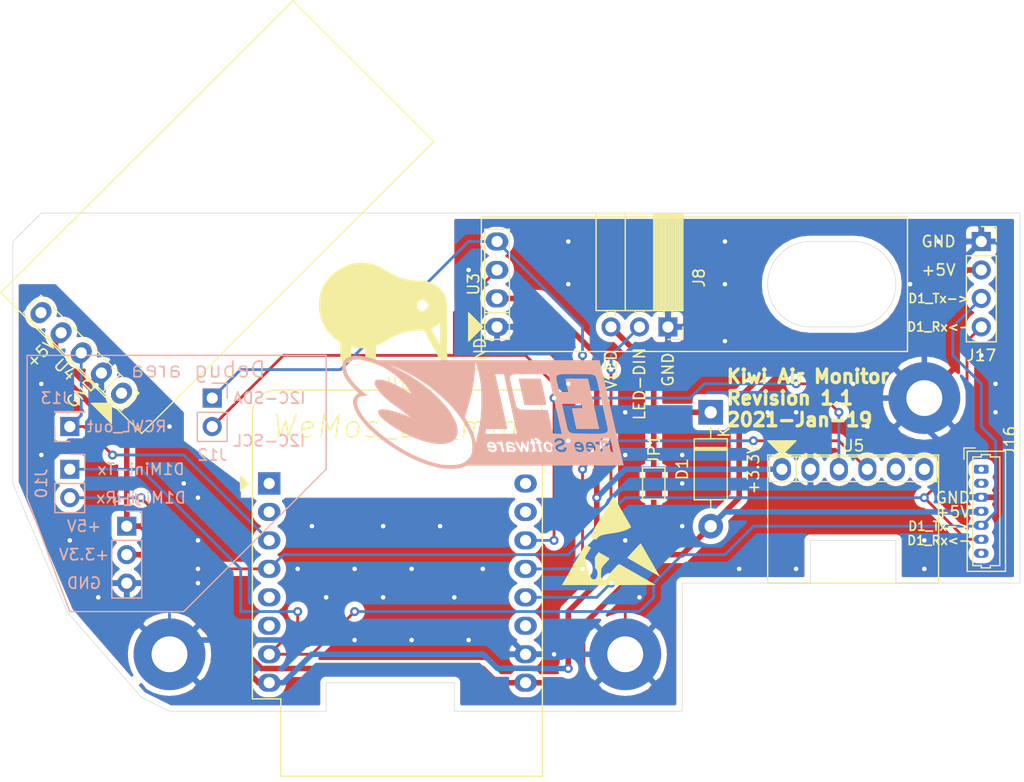
<source format=kicad_pcb>
(kicad_pcb (version 20171130) (host pcbnew "(5.1.8)-1")
  (layers (0 F.Cu signal) (31 B.Cu signal) (35 F.Paste user hide) (36 B.SilkS user) (37 F.SilkS user) (38 B.Mask user) (39 F.Mask user) (44 Edge.Cuts user))
  (net 0 "")
  (net 1 +5V)
  (net 2 /LED-DIN)
  (net 3 GND)
  (net 4 /I2C-SDA)
  (net 5 /I2C-SCL)
  (net 6 /RCWL-OUT)
  (net 7 "Net-(U1-Pad16)")
  (net 8 "Net-(U1-Pad15)")
  (net 9 "Net-(U1-Pad6)")
  (net 10 "Net-(U1-Pad5)")
  (net 11 "Net-(U1-Pad1)")
  (net 12 "Net-(U1-Pad2)")
  (net 13 "Net-(U4-Pad5)")
  (net 14 "Net-(U4-Pad1)")
  (net 15 "Net-(U5-Pad6)")
  (net 16 "Net-(U5-Pad5)")
  (net 17 +3V3)
  (net 18 /D1mini-UART-Tx)
  (net 19 /D1mini-UART-Rx)
  (net 20 /VLED)
  (net 21 "Net-(J16-Pad7)")
  (net 22 "Net-(J16-Pad2)")
  (net 23 "Net-(J16-Pad1)")
  (net 24 "Net-(U1-Pad11)")
  (module KiwiAirMonitorModules:GPL3 (layer B.Cu) (at 118.11 101.6 180)
    (fp_text reference SYM3 hide)
    (fp_text value GPLv3Logo hide)
  )
  (module MountingHole:MountingHole_3.2mm_M3_Pad_TopBottom (layer F.Cu) (at 157.48 100.33)
    (fp_text reference H3 hide)
    (fp_text value MountingHole_Pad)
    (pad 1 connect circle (at 0 0) (size 6.4 6.4) (layers B.Cu B.Mask) (net 3 GND))
    (pad 1 connect circle (at 0 0) (size 6.4 6.4) (layers F.Cu F.Mask) (net 3 GND))
    (pad 1 thru_hole circle (at 0 0) (size 3.6 3.6) (drill 3.2) (layers *.Cu *.Mask) (net 3 GND))
  )
  (module KiwiAirMonitorModules:RCWL-0516 (layer F.Cu) (at 82.3 96.3 315)
    (fp_text reference U4 (at 0 2.1 315) (layer F.SilkS))
    (fp_text value "RCWL-0516 Board")
    (fp_text user GND (at 2.54 2.54 45) (layer F.SilkS))
    (fp_text user +5V (at -2.54 2.54 45) (layer F.SilkS))
    (pad 5 thru_hole oval (at -5.08 0 315) (size 1.6 2) (drill 1) (layers *.Cu *.Mask) (net 13 "Net-(U4-Pad5)"))
    (pad 4 thru_hole oval (at -2.54 0 315) (size 1.6 2) (drill 1) (layers *.Cu *.Mask) (net 1 +5V))
    (pad 3 thru_hole oval (at 0 0 315) (size 1.6 2) (drill 1) (layers *.Cu *.Mask) (net 6 /RCWL-OUT))
    (pad 2 thru_hole oval (at 2.54 0 315) (size 1.6 2) (drill 1) (layers *.Cu *.Mask) (net 3 GND))
    (pad 1 thru_hole oval (at 5.08 0 315) (size 1.6 2) (drill 1) (layers *.Cu *.Mask) (net 14 "Net-(U4-Pad1)"))
  )
  (module KiwiAirMonitorModules:OLED_0.91_128x32 (layer F.Cu) (at 119.38 90.17 270)
    (fp_text reference U3 (at 0 2.1 90) (layer F.SilkS))
    (fp_text value OLED_0.91_128x32)
    (fp_text user GND (at 6.29 1.52 270) (layer F.SilkS))
    (pad 4 thru_hole oval (at -3.81 0 270) (size 1.6 2) (drill 1) (layers *.Cu *.Mask) (net 4 /I2C-SDA))
    (pad 3 thru_hole oval (at -1.27 0 270) (size 1.6 2) (drill 1) (layers *.Cu *.Mask) (net 5 /I2C-SCL))
    (pad 2 thru_hole oval (at 1.27 0 270) (size 1.6 2) (drill 1) (layers *.Cu *.Mask) (net 17 +3V3))
    (pad 1 thru_hole oval (at 3.81 0 270) (size 1.6 2) (drill 1) (layers *.Cu *.Mask) (net 3 GND))
  )
  (module KiwiAirMonitorModules:BME280_Board (layer F.Cu) (at 151.13 106.68 180)
    (fp_text reference U5 (at 0 2.1) (layer F.SilkS))
    (fp_text value BME280_Board)
    (fp_text user +3.3V (at 8.89 0 90) (layer F.SilkS))
    (pad 6 thru_hole oval (at -6.35 0 180) (size 1.6 2) (drill 1) (layers *.Cu *.Mask) (net 15 "Net-(U5-Pad6)"))
    (pad 5 thru_hole oval (at -3.81 0 180) (size 1.6 2) (drill 1) (layers *.Cu *.Mask) (net 16 "Net-(U5-Pad5)"))
    (pad 4 thru_hole oval (at -1.27 0 180) (size 1.6 2) (drill 1) (layers *.Cu *.Mask) (net 4 /I2C-SDA))
    (pad 3 thru_hole oval (at 1.27 0 180) (size 1.6 2) (drill 1) (layers *.Cu *.Mask) (net 5 /I2C-SCL))
    (pad 2 thru_hole oval (at 3.81 0 180) (size 1.6 2) (drill 1) (layers *.Cu *.Mask) (net 3 GND))
    (pad 1 thru_hole oval (at 6.35 0 180) (size 1.6 2) (drill 1) (layers *.Cu *.Mask) (net 17 +3V3))
  )
  (module Connector_PinSocket_2.54mm:PinSocket_1x03_P2.54mm_Horizontal (layer F.Cu) (at 134.62 93.98 270)
    (fp_text reference J8 (at -4.38 -2.77 90) (layer F.SilkS))
    (fp_text value "LED connector")
    (pad 3 thru_hole oval (at 0 5.08 270) (size 1.7 1.7) (drill 1) (layers *.Cu *.Mask) (net 20 /VLED))
    (pad 2 thru_hole oval (at 0 2.54 270) (size 1.7 1.7) (drill 1) (layers *.Cu *.Mask) (net 2 /LED-DIN))
    (pad 1 thru_hole rect (at 0 0 270) (size 1.7 1.7) (drill 1) (layers *.Cu *.Mask) (net 3 GND))
  )
  (module Connector_PinSocket_2.54mm:PinSocket_1x04_P2.54mm_Vertical (layer F.Cu) (at 162.56 86.36)
    (fp_text reference J17 (at 0 10.16) (layer F.SilkS))
    (fp_text value MHZ19_Conn_BackupSolution)
    (pad 4 thru_hole oval (at 0 7.62) (size 1.7 1.7) (drill 1) (layers *.Cu *.Mask) (net 19 /D1mini-UART-Rx))
    (pad 3 thru_hole oval (at 0 5.08) (size 1.7 1.7) (drill 1) (layers *.Cu *.Mask) (net 18 /D1mini-UART-Tx))
    (pad 2 thru_hole oval (at 0 2.54) (size 1.7 1.7) (drill 1) (layers *.Cu *.Mask) (net 1 +5V))
    (pad 1 thru_hole rect (at 0 0) (size 1.7 1.7) (drill 1) (layers *.Cu *.Mask) (net 3 GND))
  )
  (module Symbol:ESD-Logo_8.9x8mm_SilkScreen (layer F.Cu) (at 129.54 113.03)
    (fp_text reference SYM2 hide)
    (fp_text value ESDlogo hide)
  )
  (module KiwiAirMonitorModules:KiwiBirdLogo (layer F.Cu) (at 109.22 92.71)
    (fp_text reference SYM1 hide)
    (fp_text value KiwiBirdLogo hide)
  )
  (module Connector_Molex:Molex_PicoBlade_53047-0710_1x07_P1.25mm_Vertical (layer F.Cu) (at 162.56 106.68 270)
    (fp_text reference J16 (at -2.54 -2.54 90) (layer F.SilkS))
    (fp_text value MHZ19_Conn_PicoBlade)
    (pad 7 thru_hole oval (at 7.5 0 270) (size 0.8 1.3) (drill 0.5) (layers *.Cu *.Mask) (net 21 "Net-(J16-Pad7)"))
    (pad 6 thru_hole oval (at 6.25 0 270) (size 0.8 1.3) (drill 0.5) (layers *.Cu *.Mask) (net 19 /D1mini-UART-Rx))
    (pad 5 thru_hole oval (at 5 0 270) (size 0.8 1.3) (drill 0.5) (layers *.Cu *.Mask) (net 18 /D1mini-UART-Tx))
    (pad 4 thru_hole oval (at 3.75 0 270) (size 0.8 1.3) (drill 0.5) (layers *.Cu *.Mask) (net 1 +5V))
    (pad 3 thru_hole oval (at 2.5 0 270) (size 0.8 1.3) (drill 0.5) (layers *.Cu *.Mask) (net 3 GND))
    (pad 2 thru_hole oval (at 1.25 0 270) (size 0.8 1.3) (drill 0.5) (layers *.Cu *.Mask) (net 22 "Net-(J16-Pad2)"))
    (pad 1 thru_hole roundrect (at 0 0 270) (size 0.8 1.3) (drill 0.5) (layers *.Cu *.Mask) (net 23 "Net-(J16-Pad1)"))
  )
  (module Jumper:SolderJumper-2_P1.3mm_Open_TrianglePad1.0x1.5mm (layer F.Cu) (at 133.35 107.95 90)
    (fp_text reference JP1 (at 3.01 0.03 90) (layer F.SilkS))
    (fp_text value SolderJumper_2_Open)
    (pad 1 smd custom (at -0.725 0 90) (size 0.3 0.3) (layers F.Cu F.Mask) (net 1 +5V) (options (clearance outline) (anchor rect)) (primitives (gr_poly (pts (xy -0.5 -0.75) (xy 0.5 -0.75) (xy 1 0) (xy 0.5 0.75) (xy -0.5 0.75)) (width 0))))
    (pad 2 smd custom (at 0.725 0 90) (size 0.3 0.3) (layers F.Cu F.Mask) (net 20 /VLED) (options (clearance outline) (anchor rect)) (primitives (gr_poly (pts (xy -0.65 -0.75) (xy 0.5 -0.75) (xy 0.5 0.75) (xy -0.65 0.75) (xy -0.15 0)) (width 0))))
  )
  (module Diode_THT:D_DO-41_SOD81_P10.16mm_Horizontal (layer F.Cu) (at 138.43 101.6 270)
    (fp_text reference D1 (at 5.08 2.54 90) (layer F.SilkS))
    (fp_text value 1N4007)
    (fp_text user K (at 1.76 -1.19 90) (layer F.SilkS))
    (pad 2 thru_hole oval (at 10.16 0 270) (size 2.2 2.2) (drill 1.1) (layers *.Cu *.Mask) (net 1 +5V))
    (pad 1 thru_hole rect (at 0 0 270) (size 2.2 2.2) (drill 1.1) (layers *.Cu *.Mask) (net 20 /VLED))
  )
  (module Module:WEMOS_D1_mini_light (layer F.Cu) (at 99.06 107.95)
    (fp_text reference U1 (at 11.43 -8.89) (layer F.SilkS))
    (fp_text value WeMos_D1_mini (at 11.7 -5.08) (layer F.SilkS) (effects (font (size 2 2) (thickness 0.15) italic)))
    (pad 16 thru_hole oval (at 22.86 0) (size 2 1.6) (drill 1) (layers *.Cu *.Mask) (net 7 "Net-(U1-Pad16)"))
    (pad 15 thru_hole oval (at 22.86 2.54) (size 2 1.6) (drill 1) (layers *.Cu *.Mask) (net 8 "Net-(U1-Pad15)"))
    (pad 14 thru_hole oval (at 22.86 5.08) (size 2 1.6) (drill 1) (layers *.Cu *.Mask) (net 5 /I2C-SCL))
    (pad 13 thru_hole oval (at 22.86 7.62) (size 2 1.6) (drill 1) (layers *.Cu *.Mask) (net 4 /I2C-SDA))
    (pad 12 thru_hole oval (at 22.86 10.16) (size 2 1.6) (drill 1) (layers *.Cu *.Mask) (net 2 /LED-DIN))
    (pad 11 thru_hole oval (at 22.86 12.7) (size 2 1.6) (drill 1) (layers *.Cu *.Mask) (net 24 "Net-(U1-Pad11)"))
    (pad 10 thru_hole oval (at 22.86 15.24) (size 2 1.6) (drill 1) (layers *.Cu *.Mask) (net 3 GND))
    (pad 9 thru_hole oval (at 22.86 17.78) (size 2 1.6) (drill 1) (layers *.Cu *.Mask) (net 1 +5V))
    (pad 8 thru_hole oval (at 0 17.78) (size 2 1.6) (drill 1) (layers *.Cu *.Mask) (net 17 +3V3))
    (pad 7 thru_hole oval (at 0 15.24) (size 2 1.6) (drill 1) (layers *.Cu *.Mask) (net 18 /D1mini-UART-Tx))
    (pad 6 thru_hole oval (at 0 12.7) (size 2 1.6) (drill 1) (layers *.Cu *.Mask) (net 9 "Net-(U1-Pad6)"))
    (pad 5 thru_hole oval (at 0 10.16) (size 2 1.6) (drill 1) (layers *.Cu *.Mask) (net 10 "Net-(U1-Pad5)"))
    (pad 4 thru_hole oval (at 0 7.62) (size 2 1.6) (drill 1) (layers *.Cu *.Mask) (net 19 /D1mini-UART-Rx))
    (pad 3 thru_hole oval (at 0 5.08) (size 2 1.6) (drill 1) (layers *.Cu *.Mask) (net 6 /RCWL-OUT))
    (pad 1 thru_hole rect (at 0 0) (size 2 2) (drill 1) (layers *.Cu *.Mask) (net 11 "Net-(U1-Pad1)"))
    (pad 2 thru_hole oval (at 0 2.54) (size 2 1.6) (drill 1) (layers *.Cu *.Mask) (net 12 "Net-(U1-Pad2)"))
  )
  (module Connector_PinHeader_2.54mm:PinHeader_1x03_P2.54mm_Vertical (layer B.Cu) (at 86.36 111.76 180)
    (fp_text reference J14 (at 0 2.33) (layer B.SilkS) (effects (justify mirror)))
    (fp_text value Conn_Power hide)
    (fp_text user +5V (at 3.81 0 180) (layer B.SilkS) (effects (justify mirror)))
    (fp_text user +3.3V (at 3.81 -2.54 180) (layer B.SilkS) (effects (justify mirror)))
    (fp_text user GND (at 3.81 -5.08 180) (layer B.SilkS) (effects (justify mirror)))
    (pad 3 thru_hole oval (at 0 -5.08 180) (size 1.7 1.7) (drill 1) (layers *.Cu *.Mask) (net 3 GND))
    (pad 2 thru_hole oval (at 0 -2.54 180) (size 1.7 1.7) (drill 1) (layers *.Cu *.Mask) (net 17 +3V3))
    (pad 1 thru_hole rect (at 0 0 180) (size 1.7 1.7) (drill 1) (layers *.Cu *.Mask) (net 1 +5V))
  )
  (module Connector_PinHeader_2.54mm:PinHeader_1x01_P2.54mm_Vertical (layer B.Cu) (at 81.28 102.87)
    (fp_text reference J13 (at -1.27 -2.54) (layer B.SilkS) (effects (justify mirror)))
    (fp_text value Conn_RCWL_Out hide)
    (fp_text user RCWL_out (at 5.08 0 -180) (layer B.SilkS) (effects (justify mirror)))
    (pad 1 thru_hole rect (at 0 0) (size 1.7 1.7) (drill 1) (layers *.Cu *.Mask) (net 6 /RCWL-OUT))
  )
  (module Connector_PinHeader_2.54mm:PinHeader_1x02_P2.54mm_Vertical (layer B.Cu) (at 93.98 100.33 180)
    (fp_text reference J12 (at 0 -5.08) (layer B.SilkS) (effects (justify mirror)))
    (fp_text value Conn_D1Mini_I2C hide)
    (fp_text user I2C-SDA (at -5.08 0) (layer B.SilkS) (effects (justify mirror)))
    (fp_text user I2C-SCL (at -5.08 -3.81) (layer B.SilkS) (effects (justify mirror)))
    (pad 2 thru_hole oval (at 0 -2.54 180) (size 1.7 1.7) (drill 1) (layers *.Cu *.Mask) (net 5 /I2C-SCL))
    (pad 1 thru_hole rect (at 0 0 180) (size 1.7 1.7) (drill 1) (layers *.Cu *.Mask) (net 4 /I2C-SDA))
  )
  (module Connector_PinHeader_2.54mm:PinHeader_1x02_P2.54mm_Vertical (layer B.Cu) (at 81.28 106.68 180)
    (fp_text reference J10 (at 2.54 -1.27 90) (layer B.SilkS) (effects (justify mirror)))
    (fp_text value Conn_D1Mini_UART hide)
    (fp_text user D1Mini-Tx (at -6.35 0) (layer B.SilkS) (effects (justify mirror)))
    (fp_text user D1Mini-Rx (at -6.35 -2.54) (layer B.SilkS) (effects (justify mirror)))
    (pad 2 thru_hole oval (at 0 -2.54 180) (size 1.7 1.7) (drill 1) (layers *.Cu *.Mask) (net 19 /D1mini-UART-Rx))
    (pad 1 thru_hole rect (at 0 0 180) (size 1.7 1.7) (drill 1) (layers *.Cu *.Mask) (net 18 /D1mini-UART-Tx))
  )
  (module MountingHole:MountingHole_3.2mm_M3_Pad_TopBottom (layer F.Cu) (at 90.17 123.19)
    (fp_text reference H2 hide)
    (fp_text value MountingHole_Pad)
    (pad 1 connect circle (at 0 0) (size 6.4 6.4) (layers B.Cu B.Mask) (net 3 GND))
    (pad 1 connect circle (at 0 0) (size 6.4 6.4) (layers F.Cu F.Mask) (net 3 GND))
    (pad 1 thru_hole circle (at 0 0) (size 3.6 3.6) (drill 3.2) (layers *.Cu *.Mask) (net 3 GND))
  )
  (module MountingHole:MountingHole_3.2mm_M3_Pad_TopBottom (layer F.Cu) (at 130.81 123.19)
    (fp_text reference H1 hide)
    (fp_text value MountingHole_Pad)
    (pad 1 connect circle (at 0 0) (size 6.4 6.4) (layers B.Cu B.Mask) (net 3 GND))
    (pad 1 connect circle (at 0 0) (size 6.4 6.4) (layers F.Cu F.Mask) (net 3 GND))
    (pad 1 thru_hole circle (at 0 0) (size 3.6 3.6) (drill 3.2) (layers *.Cu *.Mask) (net 3 GND))
  )
  (gr_text +5V (at 160.02 110.49) (layer F.SilkS) (effects (font (size 1 1))))
  (gr_text D1_Rx<- (at 158.75 113.03) (layer F.SilkS) (effects (font (size 0.8 0.8))))
  (gr_text D1_Tx-> (at 158.75 111.76) (layer F.SilkS) (effects (font (size 0.8 0.8))))
  (gr_text D1_Rx<- (at 158.75 93.98) (layer F.SilkS) (effects (font (size 0.8 0.8))))
  (gr_text D1_Tx-> (at 158.75 91.44) (layer F.SilkS) (effects (font (size 0.8 0.8))))
  (gr_text +5V (at 158.75 88.9) (layer F.SilkS) (effects (font (size 1 1))))
  (gr_line (start 104.14 128.27) (end 90.17 128.27) (layer Edge.Cuts) (width 0.05))
  (gr_line (start 125.73 128.27) (end 115.57 128.27) (layer Edge.Cuts) (width 0.05))
  (gr_line (start 104.14 125.73) (end 104.14 128.27) (layer Edge.Cuts) (width 0.05))
  (gr_line (start 87.63 127) (end 90.17 128.27) (layer Edge.Cuts) (width 0.05))
  (gr_line (start 104.14 125.73) (end 105.41 125.73) (layer Edge.Cuts) (width 0.05))
  (gr_line (start 144.78 116.84) (end 147.32 116.84) (layer Edge.Cuts) (width 0.05))
  (gr_line (start 154.94 113.03) (end 154.94 116.84) (layer Edge.Cuts) (width 0.05))
  (gr_line (start 147.32 113.03) (end 154.94 113.03) (layer Edge.Cuts) (width 0.05))
  (gr_line (start 147.32 116.84) (end 147.32 113.03) (layer Edge.Cuts) (width 0.05))
  (gr_line (start 115.57 125.73) (end 115.57 128.27) (layer Edge.Cuts) (width 0.05))
  (gr_line (start 105.41 125.73) (end 115.57 125.73) (layer Edge.Cuts) (width 0.05))
  (gr_line (start 151.13 93.98) (end 147.32 93.98) (layer Edge.Cuts) (width 0.05))
  (gr_line (start 147.32 86.36) (end 151.13 86.36) (layer Edge.Cuts) (width 0.05))
  (gr_text GND (at 160.02 109.22) (layer F.SilkS) (effects (font (size 1 1))))
  (gr_text GND (at 158.75 86.36) (layer F.SilkS) (effects (font (size 1 1))))
  (gr_line (start 125.73 128.27) (end 135.89 128.27) (layer Edge.Cuts) (width 0.05))
  (gr_line (start 166 116.84) (end 154.94 116.84) (layer Edge.Cuts) (width 0.05))
  (gr_line (start 166 83.82) (end 78.74 83.82) (layer Edge.Cuts) (width 0.05))
  (gr_line (start 166 116.84) (end 166 83.82) (layer Edge.Cuts) (width 0.05))
  (gr_line (start 76.2 100.33) (end 76.2 102.87) (layer Edge.Cuts) (width 0.05))
  (gr_line (start 135.89 116.84) (end 144.78 116.84) (layer Edge.Cuts) (width 0.05))
  (gr_line (start 81.079773 119.452036) (end 76.2 107.95) (layer Edge.Cuts) (width 0.05))
  (gr_arc (start 147.32 90.17) (end 147.32 86.36) (angle -180) (layer Edge.Cuts) (width 0.05))
  (gr_arc (start 151.13 90.17) (end 151.13 93.98) (angle -180) (layer Edge.Cuts) (width 0.05))
  (gr_text "Debug area" (at 92.71 97.79) (layer B.SilkS) (effects (font (size 1.4 1.4)) (justify mirror)))
  (gr_line (start 77.47 109.22) (end 77.47 96.52) (layer B.SilkS) (width 0.12))
  (gr_line (start 81.28 119.38) (end 77.47 109.22) (layer B.SilkS) (width 0.12))
  (gr_line (start 91.44 119.38) (end 81.28 119.38) (layer B.SilkS) (width 0.12))
  (gr_line (start 92.71 118.11) (end 91.44 119.38) (layer B.SilkS) (width 0.12))
  (gr_line (start 104.14 106.68) (end 92.71 118.11) (layer B.SilkS) (width 0.12))
  (gr_line (start 104.14 96.52) (end 104.14 106.68) (layer B.SilkS) (width 0.12))
  (gr_line (start 77.47 96.52) (end 104.14 96.52) (layer B.SilkS) (width 0.12))
  (gr_line (start 76.2 86.36) (end 76.2 100.33) (layer Edge.Cuts) (width 0.05))
  (gr_line (start 76.2 86.36) (end 78.74 83.82) (layer Edge.Cuts) (width 0.05))
  (gr_line (start 76.2 102.87) (end 76.2 107.95) (layer Edge.Cuts) (width 0.05))
  (gr_text LED-DIN (at 132.08 99.06 90) (layer F.SilkS) (effects (font (size 1 1))))
  (gr_text VLED (at 129.54 97.79 90) (layer F.SilkS) (effects (font (size 1 1))))
  (gr_text GND (at 134.62 97.79 90) (layer F.SilkS) (effects (font (size 1 1))))
  (gr_line (start 81.079773 119.452036) (end 87.63 127) (layer Edge.Cuts) (width 0.05))
  (gr_line (start 135.89 116.84) (end 135.89 128.27) (layer Edge.Cuts) (width 0.05))
  (gr_text "Kiwi Air Monitor\nRevision 1.1\n2021-Jan-19" (at 139.7 100.33) (layer F.SilkS) (effects (font (size 1.2 1.2) (thickness 0.3)) (justify left)))
  (segment (start 80.01 94.997898) (end 80.503949 94.503949) (width 0.5) (layer F.Cu) (net 1))
  (segment (start 80.01 97.79) (end 80.01 94.997898) (width 0.5) (layer F.Cu) (net 1))
  (segment (start 86.36 104.14) (end 80.01 97.79) (width 0.5) (layer F.Cu) (net 1))
  (segment (start 86.36 111.76) (end 86.36 104.14) (width 0.5) (layer F.Cu) (net 1))
  (segment (start 133.35 114.3) (end 133.35 108.675) (width 0.5) (layer F.Cu) (net 1))
  (segment (start 135.89 114.3) (end 138.43 111.76) (width 0.5) (layer F.Cu) (net 1))
  (segment (start 133.35 114.3) (end 135.89 114.3) (width 0.5) (layer F.Cu) (net 1))
  (segment (start 138.43 111.76) (end 139.7 110.49) (width 0.5) (layer B.Cu) (net 1))
  (segment (start 162.5 110.49) (end 162.56 110.43) (width 0.5) (layer B.Cu) (net 1))
  (segment (start 139.7 110.49) (end 162.5 110.49) (width 0.5) (layer B.Cu) (net 1))
  (segment (start 161.29 88.9) (end 160.02 90.17) (width 0.5) (layer F.Cu) (net 1))
  (segment (start 162.56 88.9) (end 161.29 88.9) (width 0.5) (layer F.Cu) (net 1))
  (segment (start 127 120.65) (end 133.35 114.3) (width 0.5) (layer F.Cu) (net 1))
  (segment (start 127 125.73) (end 127 120.65) (width 0.5) (layer F.Cu) (net 1))
  (segment (start 121.92 125.73) (end 127 125.73) (width 0.5) (layer F.Cu) (net 1))
  (segment (start 87.63 111.76) (end 86.36 111.76) (width 0.5) (layer F.Cu) (net 1))
  (segment (start 90.17 114.3) (end 87.63 111.76) (width 0.5) (layer F.Cu) (net 1))
  (segment (start 98.362219 124.46) (end 90.17 116.267781) (width 0.5) (layer F.Cu) (net 1))
  (segment (start 90.17 116.267781) (end 90.17 114.3) (width 0.5) (layer F.Cu) (net 1))
  (segment (start 118.11 124.46) (end 98.362219 124.46) (width 0.5) (layer F.Cu) (net 1))
  (segment (start 119.38 125.73) (end 118.11 124.46) (width 0.5) (layer F.Cu) (net 1))
  (segment (start 121.92 125.73) (end 119.38 125.73) (width 0.5) (layer F.Cu) (net 1))
  (segment (start 138.43 111.76) (end 140.97 109.22) (width 0.5) (layer F.Cu) (net 1))
  (segment (start 140.97 109.22) (end 140.97 100.33) (width 0.5) (layer F.Cu) (net 1))
  (segment (start 140.97 100.33) (end 144.78 96.52) (width 0.5) (layer F.Cu) (net 1))
  (segment (start 144.78 96.52) (end 149.86 96.52) (width 0.5) (layer F.Cu) (net 1))
  (segment (start 153.67 96.52) (end 160.02 90.17) (width 0.5) (layer F.Cu) (net 1))
  (segment (start 149.86 96.52) (end 153.67 96.52) (width 0.5) (layer F.Cu) (net 1))
  (segment (start 121.92 118.11) (end 127 118.11) (width 0.25) (layer B.Cu) (net 2))
  (via (at 129.54 116.84) (size 0.8) (drill 0.4) (layers F.Cu B.Cu) (net 2))
  (segment (start 128.27 118.11) (end 129.54 116.84) (width 0.25) (layer B.Cu) (net 2))
  (segment (start 127 118.11) (end 128.27 118.11) (width 0.25) (layer B.Cu) (net 2))
  (segment (start 129.54 116.84) (end 129.54 97.79) (width 0.25) (layer F.Cu) (net 2))
  (segment (start 129.54 97.79) (end 129.54 97.79) (width 0.25) (layer F.Cu) (net 2))
  (via (at 129.54 97.79) (size 0.8) (drill 0.4) (layers F.Cu B.Cu) (net 2))
  (segment (start 129.54 96.52) (end 132.08 93.98) (width 0.25) (layer B.Cu) (net 2))
  (segment (start 129.54 97.79) (end 129.54 96.52) (width 0.25) (layer B.Cu) (net 2))
  (segment (start 121.92 123.19) (end 124.46 123.19) (width 0.5) (layer B.Cu) (net 3))
  (segment (start 86.36 119.38) (end 90.17 123.19) (width 0.5) (layer B.Cu) (net 3))
  (segment (start 86.36 116.84) (end 86.36 119.38) (width 0.5) (layer B.Cu) (net 3))
  (segment (start 86.36 116.84) (end 83.82 116.84) (width 0.5) (layer B.Cu) (net 3))
  (segment (start 83.82 116.84) (end 78.74 111.76) (width 0.5) (layer B.Cu) (net 3))
  (segment (start 82.490001 104.170001) (end 84.096051 102.563951) (width 0.5) (layer B.Cu) (net 3))
  (segment (start 84.096051 102.563951) (end 84.096051 98.096051) (width 0.5) (layer B.Cu) (net 3))
  (segment (start 81.249999 104.170001) (end 82.490001 104.170001) (width 0.5) (layer B.Cu) (net 3))
  (segment (start 78.74 106.68) (end 81.249999 104.170001) (width 0.5) (layer B.Cu) (net 3))
  (segment (start 78.74 111.76) (end 78.74 106.68) (width 0.5) (layer B.Cu) (net 3))
  (segment (start 157.48 91.44) (end 162.56 86.36) (width 0.5) (layer B.Cu) (net 3))
  (segment (start 157.48 100.33) (end 157.48 91.44) (width 0.5) (layer B.Cu) (net 3))
  (segment (start 124.46 123.19) (end 130.81 123.19) (width 0.5) (layer B.Cu) (net 3))
  (via (at 124.46 123.19) (size 0.8) (drill 0.4) (layers F.Cu B.Cu) (net 3))
  (segment (start 119.38 93.98) (end 120.88 93.98) (width 0.5) (layer F.Cu) (net 3))
  (via (at 125.73 99.06) (size 0.8) (drill 0.4) (layers F.Cu B.Cu) (net 3))
  (segment (start 124.46 116.84) (end 125.73 115.57) (width 0.5) (layer F.Cu) (net 3))
  (segment (start 125.73 97.79) (end 125.73 99.06) (width 0.5) (layer F.Cu) (net 3))
  (segment (start 121.92 93.98) (end 125.73 97.79) (width 0.5) (layer F.Cu) (net 3))
  (segment (start 134.62 93.98) (end 134.62 97.79) (width 0.5) (layer B.Cu) (net 3))
  (segment (start 119.38 93.98) (end 121.92 93.98) (width 0.5) (layer F.Cu) (net 3))
  (segment (start 124.46 123.19) (end 124.46 116.84) (width 0.5) (layer F.Cu) (net 3))
  (segment (start 125.73 115.57) (end 125.73 104.14) (width 0.5) (layer F.Cu) (net 3))
  (segment (start 134.62 97.79) (end 133.35 99.06) (width 0.5) (layer B.Cu) (net 3))
  (segment (start 133.35 99.06) (end 125.73 99.06) (width 0.5) (layer B.Cu) (net 3))
  (segment (start 148.59 100.33) (end 157.48 100.33) (width 0.5) (layer B.Cu) (net 3))
  (segment (start 147.32 101.6) (end 148.59 100.33) (width 0.5) (layer B.Cu) (net 3))
  (segment (start 147.32 106.68) (end 147.32 101.6) (width 0.5) (layer B.Cu) (net 3))
  (segment (start 157.48 100.33) (end 157.48 102.87) (width 0.5) (layer B.Cu) (net 3))
  (segment (start 157.48 102.87) (end 160.02 105.41) (width 0.5) (layer B.Cu) (net 3))
  (segment (start 161.41 109.18) (end 162.56 109.18) (width 0.5) (layer B.Cu) (net 3))
  (segment (start 160.02 107.79) (end 161.41 109.18) (width 0.5) (layer B.Cu) (net 3))
  (segment (start 160.02 105.41) (end 160.02 107.79) (width 0.5) (layer B.Cu) (net 3))
  (segment (start 120.65 121.92) (end 116.84 121.92) (width 0.5) (layer B.Cu) (net 3))
  (segment (start 91.44 121.92) (end 90.17 123.19) (width 0.5) (layer B.Cu) (net 3))
  (segment (start 121.92 123.19) (end 120.65 121.92) (width 0.5) (layer B.Cu) (net 3))
  (segment (start 147.32 110.49) (end 147.32 106.68) (width 0.5) (layer F.Cu) (net 3))
  (segment (start 142.24 115.57) (end 147.32 110.49) (width 0.5) (layer F.Cu) (net 3))
  (segment (start 134.62 115.57) (end 140.97 115.57) (width 0.5) (layer F.Cu) (net 3))
  (segment (start 134.62 119.38) (end 134.62 115.57) (width 0.5) (layer F.Cu) (net 3))
  (segment (start 130.81 123.19) (end 134.62 119.38) (width 0.5) (layer F.Cu) (net 3))
  (via (at 132.08 118.11) (size 0.8) (drill 0.4) (layers F.Cu B.Cu) (net 3))
  (segment (start 130.81 119.38) (end 132.08 118.11) (width 0.25) (layer F.Cu) (net 3))
  (segment (start 130.81 123.19) (end 130.81 119.38) (width 0.25) (layer F.Cu) (net 3))
  (segment (start 132.08 118.11) (end 132.08 111.76) (width 0.25) (layer B.Cu) (net 3))
  (segment (start 132.08 111.76) (end 135.89 111.76) (width 0.25) (layer B.Cu) (net 3))
  (via (at 135.89 111.76) (size 0.8) (drill 0.4) (layers F.Cu B.Cu) (net 3))
  (via (at 135.89 107.95) (size 0.8) (drill 0.4) (layers F.Cu B.Cu) (net 3))
  (segment (start 135.89 111.76) (end 135.89 107.95) (width 0.25) (layer F.Cu) (net 3))
  (via (at 92.71 116.84) (size 0.8) (drill 0.4) (layers F.Cu B.Cu) (net 3))
  (segment (start 90.17 119.38) (end 92.71 116.84) (width 0.25) (layer B.Cu) (net 3))
  (segment (start 90.17 123.19) (end 90.17 119.38) (width 0.25) (layer B.Cu) (net 3))
  (via (at 92.71 115.57) (size 0.8) (drill 0.4) (layers F.Cu B.Cu) (net 3))
  (segment (start 92.71 116.84) (end 92.71 115.57) (width 0.25) (layer F.Cu) (net 3))
  (via (at 92.71 113.03) (size 0.8) (drill 0.4) (layers F.Cu B.Cu) (net 3))
  (segment (start 92.71 115.57) (end 92.71 113.03) (width 0.25) (layer B.Cu) (net 3))
  (via (at 92.71 109.22) (size 0.8) (drill 0.4) (layers F.Cu B.Cu) (net 3))
  (segment (start 92.71 113.03) (end 92.71 109.22) (width 0.25) (layer F.Cu) (net 3))
  (via (at 91.44 107.95) (size 0.8) (drill 0.4) (layers F.Cu B.Cu) (net 3))
  (segment (start 92.71 109.22) (end 91.44 107.95) (width 0.25) (layer B.Cu) (net 3))
  (segment (start 91.44 107.95) (end 90.17 106.68) (width 0.25) (layer F.Cu) (net 3))
  (segment (start 90.17 106.68) (end 90.17 104.14) (width 0.25) (layer F.Cu) (net 3))
  (via (at 101.6 115.57) (size 0.8) (drill 0.4) (layers F.Cu B.Cu) (net 3))
  (via (at 106.68 115.57) (size 0.8) (drill 0.4) (layers F.Cu B.Cu) (net 3))
  (via (at 111.76 115.57) (size 0.8) (drill 0.4) (layers F.Cu B.Cu) (net 3))
  (via (at 118.11 115.57) (size 0.8) (drill 0.4) (layers F.Cu B.Cu) (net 3))
  (via (at 115.57 118.11) (size 0.8) (drill 0.4) (layers F.Cu B.Cu) (net 3))
  (via (at 109.22 118.11) (size 0.8) (drill 0.4) (layers F.Cu B.Cu) (net 3))
  (via (at 104.14 118.11) (size 0.8) (drill 0.4) (layers F.Cu B.Cu) (net 3))
  (segment (start 106.68 121.92) (end 91.44 121.92) (width 0.5) (layer B.Cu) (net 3))
  (via (at 106.68 121.92) (size 0.8) (drill 0.4) (layers F.Cu B.Cu) (net 3))
  (segment (start 111.76 121.92) (end 106.68 121.92) (width 0.5) (layer B.Cu) (net 3))
  (via (at 111.76 121.92) (size 0.8) (drill 0.4) (layers F.Cu B.Cu) (net 3))
  (segment (start 116.84 121.92) (end 111.76 121.92) (width 0.5) (layer B.Cu) (net 3))
  (via (at 116.84 121.92) (size 0.8) (drill 0.4) (layers F.Cu B.Cu) (net 3))
  (via (at 83.82 118.11) (size 0.8) (drill 0.4) (layers F.Cu B.Cu) (net 3))
  (via (at 81.28 113.03) (size 0.8) (drill 0.4) (layers F.Cu B.Cu) (net 3))
  (via (at 78.74 105.41) (size 0.8) (drill 0.4) (layers F.Cu B.Cu) (net 3))
  (via (at 78.74 99.06) (size 0.8) (drill 0.4) (layers F.Cu B.Cu) (net 3))
  (via (at 90.17 102.87) (size 0.8) (drill 0.4) (layers F.Cu B.Cu) (net 3))
  (via (at 125.73 86.36) (size 0.8) (drill 0.4) (layers F.Cu B.Cu) (net 3))
  (via (at 125.73 90.17) (size 0.8) (drill 0.4) (layers F.Cu B.Cu) (net 3))
  (via (at 139.7 95.25) (size 0.8) (drill 0.4) (layers F.Cu B.Cu) (net 3))
  (via (at 139.7 90.17) (size 0.8) (drill 0.4) (layers F.Cu B.Cu) (net 3))
  (via (at 139.7 86.36) (size 0.8) (drill 0.4) (layers F.Cu B.Cu) (net 3))
  (via (at 156.21 90.17) (size 0.8) (drill 0.4) (layers F.Cu B.Cu) (net 3))
  (via (at 158.75 86.36) (size 0.8) (drill 0.4) (layers F.Cu B.Cu) (net 3))
  (via (at 146.05 115.57) (size 0.8) (drill 0.4) (layers F.Cu B.Cu) (net 3))
  (segment (start 140.97 115.57) (end 142.24 115.57) (width 0.5) (layer F.Cu) (net 3))
  (via (at 140.97 115.57) (size 0.8) (drill 0.4) (layers F.Cu B.Cu) (net 3))
  (via (at 157.48 115.57) (size 0.8) (drill 0.4) (layers F.Cu B.Cu) (net 3))
  (via (at 157.48 113.03) (size 0.8) (drill 0.4) (layers F.Cu B.Cu) (net 3))
  (segment (start 125.73 104.14) (end 125.73 99.06) (width 0.5) (layer F.Cu) (net 3))
  (via (at 125.73 104.14) (size 0.8) (drill 0.4) (layers F.Cu B.Cu) (net 3))
  (via (at 130.81 101.6) (size 0.8) (drill 0.4) (layers F.Cu B.Cu) (net 3))
  (via (at 130.81 113.03) (size 0.8) (drill 0.4) (layers F.Cu B.Cu) (net 3))
  (via (at 130.81 105.41) (size 0.8) (drill 0.4) (layers F.Cu B.Cu) (net 3))
  (via (at 135.89 105.41) (size 0.8) (drill 0.4) (layers F.Cu B.Cu) (net 3))
  (via (at 143.51 101.6) (size 0.8) (drill 0.4) (layers F.Cu B.Cu) (net 3))
  (via (at 146.05 101.6) (size 0.8) (drill 0.4) (layers F.Cu B.Cu) (net 3))
  (via (at 151.13 99.06) (size 0.8) (drill 0.4) (layers F.Cu B.Cu) (net 3))
  (via (at 152.4 102.87) (size 0.8) (drill 0.4) (layers F.Cu B.Cu) (net 3))
  (via (at 162.56 96.52) (size 0.8) (drill 0.4) (layers F.Cu B.Cu) (net 3))
  (via (at 163.83 99.06) (size 0.8) (drill 0.4) (layers F.Cu B.Cu) (net 3))
  (via (at 163.83 101.6) (size 0.8) (drill 0.4) (layers F.Cu B.Cu) (net 3))
  (via (at 102.87 111.76) (size 0.8) (drill 0.4) (layers F.Cu B.Cu) (net 3))
  (via (at 109.22 111.76) (size 0.8) (drill 0.4) (layers F.Cu B.Cu) (net 3))
  (via (at 114.3 111.76) (size 0.8) (drill 0.4) (layers F.Cu B.Cu) (net 3))
  (via (at 116.84 88.9) (size 0.8) (drill 0.4) (layers F.Cu B.Cu) (net 3))
  (segment (start 96.52 97.79) (end 93.98 100.33) (width 0.25) (layer B.Cu) (net 4))
  (segment (start 105.41 97.79) (end 96.52 97.79) (width 0.25) (layer B.Cu) (net 4))
  (segment (start 116.84 86.36) (end 105.41 97.79) (width 0.25) (layer B.Cu) (net 4))
  (segment (start 119.38 86.36) (end 116.84 86.36) (width 0.25) (layer B.Cu) (net 4))
  (via (at 127 115.57) (size 0.8) (drill 0.4) (layers F.Cu B.Cu) (net 4))
  (segment (start 121.92 115.57) (end 127 115.57) (width 0.25) (layer B.Cu) (net 4))
  (segment (start 119.38 86.36) (end 127 93.98) (width 0.25) (layer B.Cu) (net 4))
  (segment (start 127 93.98) (end 127 96.52) (width 0.25) (layer B.Cu) (net 4))
  (via (at 127 96.52) (size 0.8) (drill 0.4) (layers F.Cu B.Cu) (net 4))
  (segment (start 127 102.87) (end 127 96.52) (width 0.25) (layer F.Cu) (net 4))
  (via (at 142.24 104.14) (size 0.8) (drill 0.4) (layers F.Cu B.Cu) (net 4))
  (segment (start 135.89 104.14) (end 142.24 104.14) (width 0.25) (layer B.Cu) (net 4))
  (segment (start 149.86 104.14) (end 152.4 106.68) (width 0.25) (layer F.Cu) (net 4))
  (segment (start 142.24 104.14) (end 149.86 104.14) (width 0.25) (layer F.Cu) (net 4))
  (segment (start 129.54 104.14) (end 127 106.68) (width 0.25) (layer B.Cu) (net 4))
  (segment (start 135.89 104.14) (end 129.54 104.14) (width 0.25) (layer B.Cu) (net 4))
  (via (at 127 106.68) (size 0.8) (drill 0.4) (layers F.Cu B.Cu) (net 4))
  (segment (start 127 106.68) (end 127 102.87) (width 0.25) (layer F.Cu) (net 4))
  (segment (start 127 115.57) (end 127 106.68) (width 0.25) (layer F.Cu) (net 4))
  (segment (start 121.92 113.03) (end 124.46 113.03) (width 0.25) (layer B.Cu) (net 5))
  (via (at 124.46 113.03) (size 0.8) (drill 0.4) (layers F.Cu B.Cu) (net 5))
  (segment (start 100.33 96.52) (end 93.98 102.87) (width 0.25) (layer F.Cu) (net 5))
  (segment (start 124.46 99.06) (end 121.92 96.52) (width 0.25) (layer F.Cu) (net 5))
  (segment (start 124.46 113.03) (end 124.46 100.33) (width 0.25) (layer F.Cu) (net 5))
  (segment (start 121.92 96.52) (end 115.57 96.52) (width 0.25) (layer F.Cu) (net 5))
  (segment (start 115.57 96.52) (end 100.33 96.52) (width 0.25) (layer F.Cu) (net 5))
  (segment (start 115.57 92.71) (end 119.38 88.9) (width 0.25) (layer F.Cu) (net 5))
  (segment (start 115.57 96.52) (end 115.57 92.71) (width 0.25) (layer F.Cu) (net 5))
  (segment (start 124.46 100.33) (end 124.46 99.06) (width 0.25) (layer F.Cu) (net 5))
  (via (at 124.46 100.33) (size 0.8) (drill 0.4) (layers F.Cu B.Cu) (net 5))
  (via (at 149.86 101.6) (size 0.8) (drill 0.4) (layers F.Cu B.Cu) (net 5))
  (segment (start 149.86 106.68) (end 149.86 101.6) (width 0.25) (layer B.Cu) (net 5))
  (via (at 146.050006 99.06) (size 0.8) (drill 0.4) (layers F.Cu B.Cu) (net 5))
  (segment (start 124.46 100.33) (end 136.594315 100.33) (width 0.25) (layer B.Cu) (net 5))
  (segment (start 149.86 101.6) (end 147.32 99.06) (width 0.25) (layer F.Cu) (net 5))
  (segment (start 147.32 99.06) (end 146.050006 99.06) (width 0.25) (layer F.Cu) (net 5))
  (segment (start 136.594315 100.33) (end 137.864315 99.06) (width 0.25) (layer B.Cu) (net 5))
  (segment (start 137.864315 99.06) (end 146.050006 99.06) (width 0.25) (layer B.Cu) (net 5))
  (segment (start 82.3 101.85) (end 81.28 102.87) (width 0.25) (layer B.Cu) (net 6))
  (segment (start 82.3 96.3) (end 82.3 101.85) (width 0.25) (layer B.Cu) (net 6))
  (via (at 85.09 105.41) (size 0.8) (drill 0.4) (layers F.Cu B.Cu) (net 6))
  (segment (start 82.55 102.87) (end 85.09 105.41) (width 0.25) (layer F.Cu) (net 6))
  (segment (start 81.28 102.87) (end 82.55 102.87) (width 0.25) (layer F.Cu) (net 6))
  (segment (start 91.44 105.41) (end 99.06 113.03) (width 0.25) (layer B.Cu) (net 6))
  (segment (start 85.09 105.41) (end 91.44 105.41) (width 0.25) (layer B.Cu) (net 6))
  (via (at 125.73 124.46) (size 0.8) (drill 0.4) (layers F.Cu B.Cu) (net 17))
  (segment (start 98.112002 125.73) (end 88.9 116.517998) (width 0.5) (layer F.Cu) (net 17))
  (segment (start 99.06 125.73) (end 98.112002 125.73) (width 0.5) (layer F.Cu) (net 17))
  (segment (start 88.9 116.517998) (end 88.9 115.57) (width 0.5) (layer F.Cu) (net 17))
  (segment (start 88.9 115.57) (end 87.63 114.3) (width 0.5) (layer F.Cu) (net 17))
  (segment (start 87.63 114.3) (end 86.36 114.3) (width 0.5) (layer F.Cu) (net 17))
  (segment (start 128.27 116.84) (end 128.27 109.22) (width 0.5) (layer F.Cu) (net 17))
  (segment (start 119.38 91.44) (end 123.19 91.44) (width 0.5) (layer F.Cu) (net 17))
  (segment (start 144.78 106.68) (end 130.81 106.68) (width 0.5) (layer B.Cu) (net 17))
  (segment (start 123.19 91.44) (end 128.27 96.52) (width 0.5) (layer F.Cu) (net 17))
  (segment (start 125.73 124.46) (end 125.73 119.38) (width 0.5) (layer F.Cu) (net 17))
  (segment (start 128.27 96.52) (end 128.27 104.14) (width 0.5) (layer F.Cu) (net 17))
  (segment (start 125.73 119.38) (end 128.27 116.84) (width 0.5) (layer F.Cu) (net 17))
  (segment (start 100.33 125.73) (end 99.06 125.73) (width 0.5) (layer B.Cu) (net 17))
  (segment (start 102.87 123.19) (end 100.33 125.73) (width 0.5) (layer B.Cu) (net 17))
  (segment (start 118.14998 123.19) (end 102.87 123.19) (width 0.5) (layer B.Cu) (net 17))
  (segment (start 119.39999 124.44001) (end 118.14998 123.19) (width 0.5) (layer B.Cu) (net 17))
  (segment (start 122.637771 124.44001) (end 119.39999 124.44001) (width 0.5) (layer B.Cu) (net 17))
  (segment (start 122.657761 124.46) (end 122.637771 124.44001) (width 0.5) (layer B.Cu) (net 17))
  (segment (start 125.73 124.46) (end 122.657761 124.46) (width 0.5) (layer B.Cu) (net 17))
  (segment (start 128.27 109.22) (end 128.27 104.14) (width 0.5) (layer F.Cu) (net 17))
  (via (at 128.27 109.22) (size 0.8) (drill 0.4) (layers F.Cu B.Cu) (net 17))
  (segment (start 128.27 109.22) (end 130.81 106.68) (width 0.5) (layer B.Cu) (net 17))
  (segment (start 99.06 123.19) (end 102.87 123.19) (width 0.25) (layer F.Cu) (net 18))
  (via (at 106.68 119.38) (size 0.8) (drill 0.4) (layers F.Cu B.Cu) (net 18))
  (segment (start 102.87 123.19) (end 106.68 119.38) (width 0.25) (layer F.Cu) (net 18))
  (segment (start 99.06 123.19) (end 101.6 120.65) (width 0.25) (layer F.Cu) (net 18))
  (segment (start 101.6 120.65) (end 101.6 119.38) (width 0.25) (layer F.Cu) (net 18))
  (segment (start 101.6 119.38) (end 101.6 119.38) (width 0.25) (layer F.Cu) (net 18))
  (via (at 101.6 119.38) (size 0.8) (drill 0.4) (layers F.Cu B.Cu) (net 18))
  (segment (start 87.63 106.68) (end 81.28 106.68) (width 0.25) (layer B.Cu) (net 18))
  (segment (start 96.52 119.38) (end 96.52 115.57) (width 0.25) (layer B.Cu) (net 18))
  (segment (start 96.52 115.57) (end 87.63 106.68) (width 0.25) (layer B.Cu) (net 18))
  (segment (start 101.6 119.38) (end 96.52 119.38) (width 0.25) (layer B.Cu) (net 18))
  (segment (start 142.24 111.76) (end 162.48 111.76) (width 0.25) (layer B.Cu) (net 18))
  (segment (start 139.7 114.3) (end 142.24 111.76) (width 0.25) (layer B.Cu) (net 18))
  (segment (start 162.48 111.76) (end 162.56 111.68) (width 0.25) (layer B.Cu) (net 18))
  (segment (start 133.35 116.84) (end 135.89 114.3) (width 0.25) (layer B.Cu) (net 18))
  (segment (start 133.35 118.11) (end 133.35 116.84) (width 0.25) (layer B.Cu) (net 18))
  (segment (start 132.08 119.38) (end 133.35 118.11) (width 0.25) (layer B.Cu) (net 18))
  (segment (start 135.89 114.3) (end 139.7 114.3) (width 0.25) (layer B.Cu) (net 18))
  (segment (start 106.68 119.38) (end 132.08 119.38) (width 0.25) (layer B.Cu) (net 18))
  (segment (start 162.64 111.68) (end 162.56 111.68) (width 0.25) (layer B.Cu) (net 18))
  (segment (start 163.83 104.14) (end 163.83 110.49) (width 0.25) (layer B.Cu) (net 18))
  (segment (start 162.56 102.87) (end 163.83 104.14) (width 0.25) (layer B.Cu) (net 18))
  (segment (start 162.56 99.06) (end 162.56 102.87) (width 0.25) (layer B.Cu) (net 18))
  (segment (start 160.02 96.52) (end 162.56 99.06) (width 0.25) (layer B.Cu) (net 18))
  (segment (start 163.83 110.49) (end 162.64 111.68) (width 0.25) (layer B.Cu) (net 18))
  (segment (start 160.02 93.98) (end 160.02 96.52) (width 0.25) (layer B.Cu) (net 18))
  (segment (start 162.56 91.44) (end 160.02 93.98) (width 0.25) (layer B.Cu) (net 18))
  (segment (start 100.33 114.3) (end 99.06 115.57) (width 0.25) (layer B.Cu) (net 19))
  (segment (start 125.73 114.3) (end 100.33 114.3) (width 0.25) (layer B.Cu) (net 19))
  (segment (start 130.81 109.22) (end 125.73 114.3) (width 0.25) (layer B.Cu) (net 19))
  (segment (start 142.24 109.22) (end 130.81 109.22) (width 0.25) (layer B.Cu) (net 19))
  (via (at 87.63 109.22) (size 0.8) (drill 0.4) (layers F.Cu B.Cu) (net 19))
  (segment (start 81.28 109.22) (end 87.63 109.22) (width 0.25) (layer B.Cu) (net 19))
  (segment (start 93.98 115.57) (end 99.06 115.57) (width 0.25) (layer F.Cu) (net 19))
  (segment (start 87.63 109.22) (end 93.98 115.57) (width 0.25) (layer F.Cu) (net 19))
  (via (at 157.48 109.22) (size 0.8) (drill 0.4) (layers F.Cu B.Cu) (net 19))
  (segment (start 142.24 109.22) (end 157.48 109.22) (width 0.25) (layer B.Cu) (net 19))
  (segment (start 161.19 112.93) (end 162.56 112.93) (width 0.25) (layer F.Cu) (net 19))
  (segment (start 157.48 109.22) (end 161.19 112.93) (width 0.25) (layer F.Cu) (net 19))
  (segment (start 157.48 109.22) (end 160.02 106.68) (width 0.25) (layer F.Cu) (net 19))
  (segment (start 160.02 106.68) (end 160.02 104.14) (width 0.25) (layer F.Cu) (net 19))
  (segment (start 160.02 104.14) (end 161.29 102.87) (width 0.25) (layer F.Cu) (net 19))
  (segment (start 161.29 95.25) (end 162.56 93.98) (width 0.25) (layer F.Cu) (net 19))
  (segment (start 161.29 102.87) (end 161.29 95.25) (width 0.25) (layer F.Cu) (net 19))
  (segment (start 133.35 97.79) (end 129.54 93.98) (width 0.5) (layer F.Cu) (net 20))
  (segment (start 133.35 101.6) (end 138.43 101.6) (width 0.5) (layer F.Cu) (net 20))
  (segment (start 133.35 107.225) (end 133.35 101.6) (width 0.5) (layer F.Cu) (net 20))
  (segment (start 133.35 101.6) (end 133.35 97.79) (width 0.5) (layer F.Cu) (net 20))
  (zone (net 3) (net_name GND) (layer F.Cu) (connect_pads (clearance 0.508)) (min_thickness 0.254) (fill yes (arc_segments 32) (thermal_gap 0.508) (thermal_bridge_width 0.508))
    (polygon (pts (xy 166.37 134.62) (xy 76.2 134.62) (xy 76.2 90.17) (xy 80.01 90.17) (xy 91.44 101.6) (xy 91.44 104.14) (xy 96.52 107.95) (xy 96.52 109.22) (xy 124.46 109.22) (xy 124.46 96.52) (xy 115.57 96.52) (xy 115.57 83.82) (xy 166.37 83.82)))
  )
  (zone (net 3) (net_name GND) (layer B.Cu) (connect_pads (clearance 0.508)) (min_thickness 0.254) (fill yes (arc_segments 32) (thermal_gap 0.508) (thermal_bridge_width 0.508))
    (polygon (pts (xy 166.37 134.62) (xy 76.2 134.62) (xy 76.2 90.17) (xy 80.01 90.17) (xy 91.44 101.6) (xy 91.44 104.14) (xy 96.52 107.95) (xy 96.52 109.22) (xy 124.46 109.22) (xy 124.46 96.52) (xy 115.57 96.52) (xy 115.57 83.82) (xy 166.37 83.82)))
  )
)
</source>
